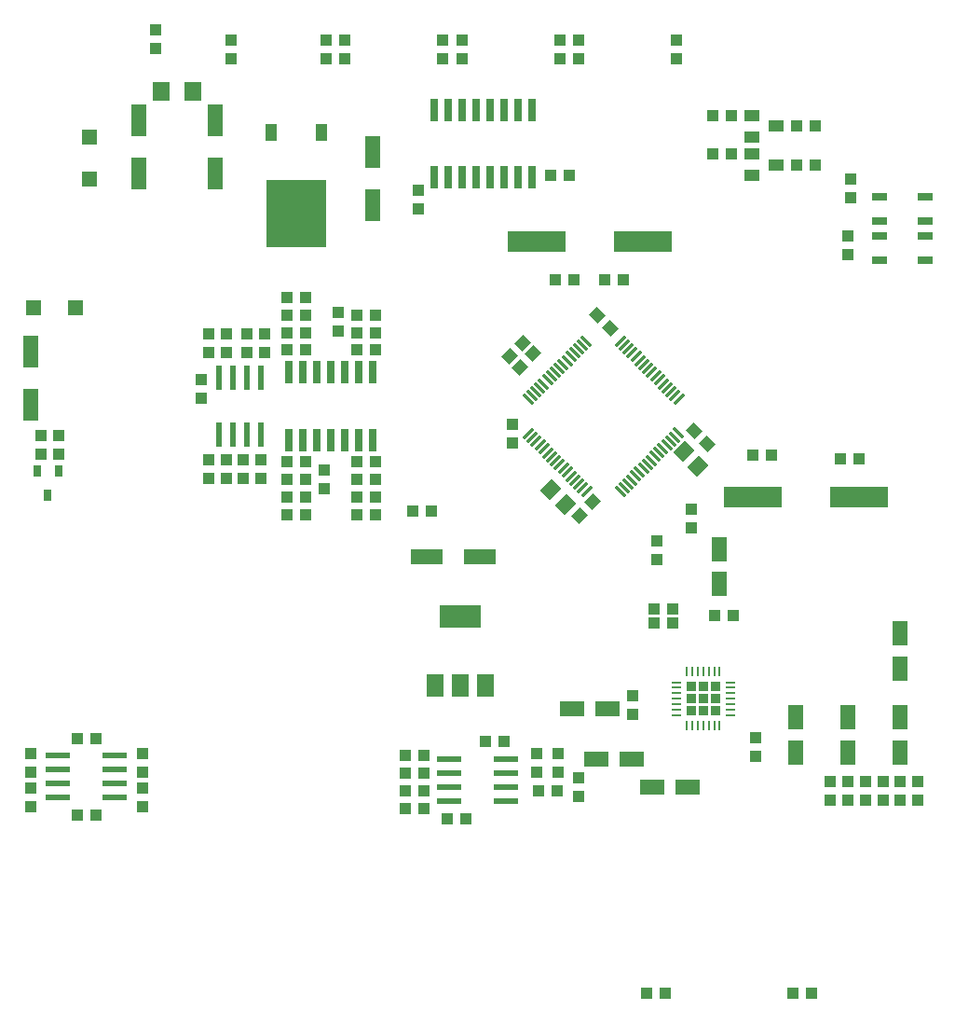
<source format=gbr>
%TF.GenerationSoftware,KiCad,Pcbnew,(6.0.11-0)*%
%TF.CreationDate,2023-05-29T14:05:04+02:00*%
%TF.ProjectId,clouds,636c6f75-6473-42e6-9b69-6361645f7063,rev?*%
%TF.SameCoordinates,Original*%
%TF.FileFunction,Paste,Top*%
%TF.FilePolarity,Positive*%
%FSLAX46Y46*%
G04 Gerber Fmt 4.6, Leading zero omitted, Abs format (unit mm)*
G04 Created by KiCad (PCBNEW (6.0.11-0)) date 2023-05-29 14:05:04*
%MOMM*%
%LPD*%
G01*
G04 APERTURE LIST*
G04 Aperture macros list*
%AMRoundRect*
0 Rectangle with rounded corners*
0 $1 Rounding radius*
0 $2 $3 $4 $5 $6 $7 $8 $9 X,Y pos of 4 corners*
0 Add a 4 corners polygon primitive as box body*
4,1,4,$2,$3,$4,$5,$6,$7,$8,$9,$2,$3,0*
0 Add four circle primitives for the rounded corners*
1,1,$1+$1,$2,$3*
1,1,$1+$1,$4,$5*
1,1,$1+$1,$6,$7*
1,1,$1+$1,$8,$9*
0 Add four rect primitives between the rounded corners*
20,1,$1+$1,$2,$3,$4,$5,0*
20,1,$1+$1,$4,$5,$6,$7,0*
20,1,$1+$1,$6,$7,$8,$9,0*
20,1,$1+$1,$8,$9,$2,$3,0*%
%AMRotRect*
0 Rectangle, with rotation*
0 The origin of the aperture is its center*
0 $1 length*
0 $2 width*
0 $3 Rotation angle, in degrees counterclockwise*
0 Add horizontal line*
21,1,$1,$2,0,0,$3*%
G04 Aperture macros list end*
%ADD10RotRect,0.300000X1.200000X225.000000*%
%ADD11RotRect,0.300000X1.200000X315.000000*%
%ADD12RotRect,0.300000X1.200000X45.000000*%
%ADD13RotRect,0.300000X1.200000X135.000000*%
%ADD14R,0.660400X2.032000*%
%ADD15R,1.100000X1.000000*%
%ADD16R,1.000000X1.100000*%
%ADD17R,1.400000X1.000000*%
%ADD18R,1.400000X2.200000*%
%ADD19R,1.600000X1.803000*%
%ADD20R,1.400000X3.000000*%
%ADD21R,5.334000X1.930400*%
%ADD22R,0.600000X2.200000*%
%ADD23RotRect,1.100000X1.000000X225.000000*%
%ADD24RoundRect,0.225000X-0.225000X0.225000X-0.225000X-0.225000X0.225000X-0.225000X0.225000X0.225000X0*%
%ADD25RoundRect,0.062500X-0.062500X0.337500X-0.062500X-0.337500X0.062500X-0.337500X0.062500X0.337500X0*%
%ADD26RoundRect,0.062500X-0.337500X0.062500X-0.337500X-0.062500X0.337500X-0.062500X0.337500X0.062500X0*%
%ADD27R,1.400000X1.400000*%
%ADD28R,1.350000X0.800000*%
%ADD29RotRect,1.100000X1.000000X135.000000*%
%ADD30RotRect,1.300000X1.500000X135.000000*%
%ADD31R,1.000000X1.600000*%
%ADD32R,5.400000X6.200000*%
%ADD33R,1.498600X2.006600*%
%ADD34R,3.810000X2.006600*%
%ADD35R,3.000000X1.400000*%
%ADD36R,2.200000X0.600000*%
%ADD37R,2.200000X1.400000*%
%ADD38R,0.700000X1.000000*%
%ADD39RotRect,1.100000X1.000000X45.000000*%
%ADD40RotRect,1.100000X1.000000X315.000000*%
%ADD41RotRect,1.300000X1.500000X315.000000*%
G04 APERTURE END LIST*
D10*
%TO.C,IC5*%
X160290082Y-86724281D03*
X159936528Y-87077834D03*
X159582975Y-87431388D03*
X159229422Y-87784941D03*
X158875868Y-88138494D03*
X158522315Y-88492048D03*
X158168761Y-88845601D03*
X157815208Y-89199155D03*
X157461655Y-89552708D03*
X157108101Y-89906261D03*
X156754548Y-90259815D03*
X156400994Y-90613368D03*
X156047441Y-90966922D03*
X155693888Y-91320475D03*
X155340334Y-91674028D03*
X154986781Y-92027582D03*
D11*
X155004741Y-95101658D03*
X155358295Y-95455211D03*
X155711848Y-95808765D03*
X156065402Y-96162318D03*
X156418955Y-96515871D03*
X156772508Y-96869425D03*
X157126062Y-97222978D03*
X157479615Y-97576531D03*
X157833169Y-97930085D03*
X158186722Y-98283638D03*
X158540275Y-98637192D03*
X158893829Y-98990745D03*
X159247382Y-99344298D03*
X159600935Y-99697852D03*
X159954489Y-100051405D03*
X160308042Y-100404959D03*
D12*
X163346197Y-100386998D03*
X163699751Y-100033445D03*
X164053304Y-99679891D03*
X164406857Y-99326338D03*
X164760411Y-98972785D03*
X165113964Y-98619231D03*
X165467518Y-98265678D03*
X165821071Y-97912124D03*
X166174624Y-97558571D03*
X166528178Y-97205018D03*
X166881731Y-96851464D03*
X167235285Y-96497911D03*
X167588838Y-96144357D03*
X167942391Y-95790804D03*
X168295945Y-95437251D03*
X168649498Y-95083697D03*
D13*
X168685419Y-92027582D03*
X168331866Y-91674028D03*
X167978312Y-91320475D03*
X167624759Y-90966922D03*
X167271206Y-90613368D03*
X166917652Y-90259815D03*
X166564099Y-89906261D03*
X166210545Y-89552708D03*
X165856992Y-89199155D03*
X165503439Y-88845601D03*
X165149885Y-88492048D03*
X164796332Y-88138494D03*
X164442778Y-87784941D03*
X164089225Y-87431388D03*
X163735672Y-87077834D03*
X163382118Y-86724281D03*
%TD*%
D14*
%TO.C,IC4*%
X133261100Y-95694500D03*
X134531100Y-95694500D03*
X135801100Y-95694500D03*
X137071100Y-95694500D03*
X138341100Y-95694500D03*
X139611100Y-95694500D03*
X140881100Y-95694500D03*
X140881100Y-89547700D03*
X139611100Y-89547700D03*
X138341100Y-89547700D03*
X137071100Y-89547700D03*
X135801100Y-89547700D03*
X134531100Y-89547700D03*
X133261100Y-89547700D03*
%TD*%
%TO.C,IC1*%
X155327300Y-65735200D03*
X154057300Y-65735200D03*
X152787300Y-65735200D03*
X151517300Y-65735200D03*
X150247300Y-65735200D03*
X148977300Y-65735200D03*
X147707300Y-65735200D03*
X146437300Y-65735200D03*
X146437300Y-71882000D03*
X147707300Y-71882000D03*
X148977300Y-71882000D03*
X150247300Y-71882000D03*
X151517300Y-71882000D03*
X152787300Y-71882000D03*
X154057300Y-71882000D03*
X155327300Y-71882000D03*
%TD*%
D15*
%TO.C,R40*%
X169800000Y-101950000D03*
X169800000Y-103650000D03*
%TD*%
%TO.C,C29*%
X171950000Y-111600000D03*
X173650000Y-111600000D03*
%TD*%
%TO.C,C21*%
X139396100Y-97701100D03*
X141096100Y-97701100D03*
%TD*%
D16*
%TO.C,R15*%
X171781100Y-69761100D03*
X173481100Y-69761100D03*
%TD*%
%TO.C,R38*%
X134746100Y-102463600D03*
X133046100Y-102463600D03*
%TD*%
D17*
%TO.C,Q1*%
X175341100Y-66271100D03*
X177541100Y-67221100D03*
X175341100Y-68171100D03*
%TD*%
D18*
%TO.C,C35*%
X179298600Y-120866100D03*
X179298600Y-124066100D03*
%TD*%
D16*
%TO.C,R59*%
X145541100Y-129133600D03*
X143841100Y-129133600D03*
%TD*%
D15*
%TO.C,R54*%
X184061100Y-128396100D03*
X184061100Y-126696100D03*
%TD*%
D16*
%TO.C,R39*%
X139396100Y-102463600D03*
X141096100Y-102463600D03*
%TD*%
%TO.C,C44*%
X190411100Y-126696100D03*
X190411100Y-128396100D03*
%TD*%
%TO.C,C43*%
X185648600Y-126696100D03*
X185648600Y-128396100D03*
%TD*%
D19*
%TO.C,R11*%
X121679100Y-64046100D03*
X124523100Y-64046100D03*
%TD*%
D20*
%TO.C,C4*%
X140881100Y-69583600D03*
X140881100Y-74383600D03*
%TD*%
D15*
%TO.C,C46*%
X149351100Y-130086100D03*
X147651100Y-130086100D03*
%TD*%
%TO.C,C39*%
X152843600Y-123101100D03*
X151143600Y-123101100D03*
%TD*%
%TO.C,C30*%
X168150000Y-112300000D03*
X166450000Y-112300000D03*
%TD*%
%TO.C,R6*%
X147231000Y-59386100D03*
X147231000Y-61086100D03*
%TD*%
D16*
%TO.C,R34*%
X133046100Y-99288600D03*
X134746100Y-99288600D03*
%TD*%
%TO.C,R51*%
X145541100Y-127546100D03*
X143841100Y-127546100D03*
%TD*%
D18*
%TO.C,C31*%
X188823600Y-113246100D03*
X188823600Y-116446100D03*
%TD*%
D21*
%TO.C,Q3*%
X155740100Y-77698600D03*
X165392100Y-77698600D03*
%TD*%
D15*
%TO.C,R31*%
X125958600Y-99186100D03*
X125958600Y-97486100D03*
%TD*%
%TO.C,C3*%
X157017300Y-71666100D03*
X158717300Y-71666100D03*
%TD*%
%TO.C,R33*%
X130721100Y-97486100D03*
X130721100Y-99186100D03*
%TD*%
D22*
%TO.C,IC3*%
X126911100Y-95221100D03*
X128181100Y-95221100D03*
X129451100Y-95221100D03*
X130721100Y-95221100D03*
X130721100Y-90021100D03*
X129451100Y-90021100D03*
X128181100Y-90021100D03*
X126911100Y-90021100D03*
%TD*%
D15*
%TO.C,R53*%
X182473600Y-126696100D03*
X182473600Y-128396100D03*
%TD*%
D23*
%TO.C,C25*%
X160849741Y-101354559D03*
X159647659Y-102556641D03*
%TD*%
D15*
%TO.C,C38*%
X115696100Y-122783600D03*
X113996100Y-122783600D03*
%TD*%
D20*
%TO.C,C1*%
X119608600Y-66726100D03*
X119608600Y-71526100D03*
%TD*%
D15*
%TO.C,R58*%
X119926100Y-127331100D03*
X119926100Y-129031100D03*
%TD*%
%TO.C,C45*%
X115696100Y-129768600D03*
X113996100Y-129768600D03*
%TD*%
%TO.C,C11*%
X139396100Y-87541100D03*
X141096100Y-87541100D03*
%TD*%
%TO.C,C50*%
X168150000Y-111030000D03*
X166450000Y-111030000D03*
%TD*%
D16*
%TO.C,R49*%
X143841100Y-125958600D03*
X145541100Y-125958600D03*
%TD*%
D24*
%TO.C,IC8*%
X169780000Y-120320000D03*
X172020000Y-120320000D03*
X172020000Y-118080000D03*
X169780000Y-118080000D03*
X170900000Y-119200000D03*
X169780000Y-119200000D03*
X170900000Y-120320000D03*
X170900000Y-118080000D03*
X172020000Y-119200000D03*
D25*
X172400000Y-116750000D03*
X171900000Y-116750000D03*
X171400000Y-116750000D03*
X170900000Y-116750000D03*
X170400000Y-116750000D03*
X169900000Y-116750000D03*
X169400000Y-116750000D03*
D26*
X168450000Y-117700000D03*
X168450000Y-118200000D03*
X168450000Y-118700000D03*
X168450000Y-119200000D03*
X168450000Y-119700000D03*
X168450000Y-120200000D03*
X168450000Y-120700000D03*
D25*
X169400000Y-121650000D03*
X169900000Y-121650000D03*
X170400000Y-121650000D03*
X170900000Y-121650000D03*
X171400000Y-121650000D03*
X171900000Y-121650000D03*
X172400000Y-121650000D03*
D26*
X173350000Y-120700000D03*
X173350000Y-120200000D03*
X173350000Y-119700000D03*
X173350000Y-119200000D03*
X173350000Y-118700000D03*
X173350000Y-118200000D03*
X173350000Y-117700000D03*
%TD*%
D16*
%TO.C,R14*%
X179401100Y-67221100D03*
X181101100Y-67221100D03*
%TD*%
D27*
%TO.C,D1*%
X115163600Y-71978600D03*
X115163600Y-68178600D03*
%TD*%
D15*
%TO.C,R29*%
X131038600Y-87756100D03*
X131038600Y-86056100D03*
%TD*%
D18*
%TO.C,C36*%
X184061100Y-120866100D03*
X184061100Y-124066100D03*
%TD*%
D16*
%TO.C,R36*%
X134746100Y-100876100D03*
X133046100Y-100876100D03*
%TD*%
D15*
%TO.C,R30*%
X110718600Y-95263600D03*
X110718600Y-96963600D03*
%TD*%
D28*
%TO.C,SW4*%
X186925000Y-75800000D03*
X191075000Y-75800000D03*
X186925000Y-73600000D03*
X191075000Y-73600000D03*
%TD*%
D16*
%TO.C,C5*%
X145008600Y-74738600D03*
X145008600Y-73038600D03*
%TD*%
D15*
%TO.C,R13*%
X184300000Y-72050000D03*
X184300000Y-73750000D03*
%TD*%
D16*
%TO.C,R22*%
X134746100Y-84366100D03*
X133046100Y-84366100D03*
%TD*%
D15*
%TO.C,R2*%
X121100000Y-58450000D03*
X121100000Y-60150000D03*
%TD*%
%TO.C,R41*%
X166700000Y-104850000D03*
X166700000Y-106550000D03*
%TD*%
D16*
%TO.C,R52*%
X155906100Y-127546100D03*
X157606100Y-127546100D03*
%TD*%
%TO.C,R16*%
X179401100Y-70713600D03*
X181101100Y-70713600D03*
%TD*%
D15*
%TO.C,R4*%
X136594800Y-59386100D03*
X136594800Y-61086100D03*
%TD*%
D16*
%TO.C,R61*%
X165748600Y-145961100D03*
X167448600Y-145961100D03*
%TD*%
D15*
%TO.C,R27*%
X127546100Y-87756100D03*
X127546100Y-86056100D03*
%TD*%
%TO.C,C6*%
X159193600Y-81191100D03*
X157493600Y-81191100D03*
%TD*%
%TO.C,R9*%
X159613600Y-59386100D03*
X159613600Y-61086100D03*
%TD*%
D29*
%TO.C,C8*%
X162437241Y-85602141D03*
X161235159Y-84400059D03*
%TD*%
D16*
%TO.C,C23*%
X136436100Y-98438600D03*
X136436100Y-100138600D03*
%TD*%
D15*
%TO.C,R48*%
X157708600Y-124156100D03*
X157708600Y-125856100D03*
%TD*%
D16*
%TO.C,R26*%
X141096100Y-85953600D03*
X139396100Y-85953600D03*
%TD*%
%TO.C,R23*%
X139396100Y-84366100D03*
X141096100Y-84366100D03*
%TD*%
%TO.C,C22*%
X127546100Y-97486100D03*
X127546100Y-99186100D03*
%TD*%
D30*
%TO.C,C24*%
X158380351Y-101547851D03*
X157036849Y-100204349D03*
%TD*%
D15*
%TO.C,C7*%
X161938600Y-81191100D03*
X163638600Y-81191100D03*
%TD*%
D31*
%TO.C,IC2*%
X136176100Y-67818600D03*
X131616100Y-67818600D03*
D32*
X133896100Y-75118600D03*
%TD*%
D33*
%TO.C,IC7*%
X146558000Y-117995700D03*
X148844000Y-117995700D03*
X151130000Y-117995700D03*
D34*
X148818600Y-111696500D03*
%TD*%
D35*
%TO.C,C27*%
X145783600Y-106273600D03*
X150583600Y-106273600D03*
%TD*%
D36*
%TO.C,IC10*%
X147806100Y-124688600D03*
X147806100Y-125958600D03*
X147806100Y-127228600D03*
X147806100Y-128498600D03*
X153006100Y-128498600D03*
X153006100Y-127228600D03*
X153006100Y-125958600D03*
X153006100Y-124688600D03*
%TD*%
D15*
%TO.C,C40*%
X145541100Y-124371100D03*
X143841100Y-124371100D03*
%TD*%
%TO.C,R3*%
X128022300Y-61086100D03*
X128022300Y-59386100D03*
%TD*%
%TO.C,R7*%
X148977300Y-59386100D03*
X148977300Y-61086100D03*
%TD*%
D16*
%TO.C,R12*%
X171781100Y-66268600D03*
X173481100Y-66268600D03*
%TD*%
D15*
%TO.C,R24*%
X137706100Y-85851100D03*
X137706100Y-84151100D03*
%TD*%
%TO.C,C48*%
X183369900Y-97383600D03*
X185069900Y-97383600D03*
%TD*%
D16*
%TO.C,R35*%
X141096100Y-99288600D03*
X139396100Y-99288600D03*
%TD*%
D37*
%TO.C,C33*%
X164388600Y-124688600D03*
X161188600Y-124688600D03*
%TD*%
%TO.C,C49*%
X162200000Y-120100000D03*
X159000000Y-120100000D03*
%TD*%
D15*
%TO.C,R46*%
X109766100Y-124156100D03*
X109766100Y-125856100D03*
%TD*%
D18*
%TO.C,C28*%
X172399996Y-108800000D03*
X172399996Y-105600000D03*
%TD*%
D20*
%TO.C,C2*%
X126593600Y-66726100D03*
X126593600Y-71526100D03*
%TD*%
D15*
%TO.C,R56*%
X188823600Y-128396100D03*
X188823600Y-126696100D03*
%TD*%
D16*
%TO.C,R37*%
X139396100Y-100876100D03*
X141096100Y-100876100D03*
%TD*%
D20*
%TO.C,C13*%
X109766100Y-87681100D03*
X109766100Y-92481100D03*
%TD*%
D16*
%TO.C,C34*%
X175700000Y-122750000D03*
X175700000Y-124450000D03*
%TD*%
D15*
%TO.C,R17*%
X184061100Y-78866100D03*
X184061100Y-77166100D03*
%TD*%
D16*
%TO.C,C16*%
X112306100Y-96963600D03*
X112306100Y-95263600D03*
%TD*%
%TO.C,C42*%
X155803600Y-125856100D03*
X155803600Y-124156100D03*
%TD*%
D27*
%TO.C,D2*%
X113888600Y-83731100D03*
X110088600Y-83731100D03*
%TD*%
D17*
%TO.C,Q2*%
X175341100Y-69763600D03*
X177541100Y-70713600D03*
X175341100Y-71663600D03*
%TD*%
D37*
%TO.C,C41*%
X169468600Y-127228600D03*
X166268600Y-127228600D03*
%TD*%
D16*
%TO.C,C17*%
X153581100Y-96011100D03*
X153581100Y-94311100D03*
%TD*%
D15*
%TO.C,R8*%
X157867300Y-59386100D03*
X157867300Y-61086100D03*
%TD*%
%TO.C,R57*%
X109766100Y-127331100D03*
X109766100Y-129031100D03*
%TD*%
D16*
%TO.C,C32*%
X164500000Y-118950000D03*
X164500000Y-120650000D03*
%TD*%
D38*
%TO.C,IC6*%
X112303600Y-98506100D03*
X110403600Y-98506100D03*
X111353600Y-100706100D03*
%TD*%
D16*
%TO.C,C9*%
X125958600Y-86056100D03*
X125958600Y-87756100D03*
%TD*%
D39*
%TO.C,C12*%
X153297559Y-88142141D03*
X154499641Y-86940059D03*
%TD*%
D15*
%TO.C,C47*%
X177132400Y-97100000D03*
X175432400Y-97100000D03*
%TD*%
D39*
%TO.C,C14*%
X154250059Y-89094641D03*
X155452141Y-87892559D03*
%TD*%
D18*
%TO.C,C37*%
X188823600Y-120866100D03*
X188823600Y-124066100D03*
%TD*%
D15*
%TO.C,R5*%
X138341000Y-59386100D03*
X138341000Y-61086100D03*
%TD*%
%TO.C,R55*%
X187236100Y-126696100D03*
X187236100Y-128396100D03*
%TD*%
D16*
%TO.C,R21*%
X134746100Y-82778600D03*
X133046100Y-82778600D03*
%TD*%
D21*
%TO.C,Q4*%
X175425100Y-100876100D03*
X185077100Y-100876100D03*
%TD*%
D40*
%TO.C,C18*%
X170061559Y-94877559D03*
X171263641Y-96079641D03*
%TD*%
D28*
%TO.C,SW5*%
X186925000Y-79400000D03*
X191075000Y-79400000D03*
X186925000Y-77200000D03*
X191075000Y-77200000D03*
%TD*%
D15*
%TO.C,R32*%
X129133600Y-97486100D03*
X129133600Y-99186100D03*
%TD*%
%TO.C,C20*%
X134746100Y-97701100D03*
X133046100Y-97701100D03*
%TD*%
D16*
%TO.C,C15*%
X125323600Y-90183600D03*
X125323600Y-91883600D03*
%TD*%
D15*
%TO.C,R10*%
X168503600Y-59386100D03*
X168503600Y-61086100D03*
%TD*%
%TO.C,C26*%
X146176100Y-102146100D03*
X144476100Y-102146100D03*
%TD*%
D16*
%TO.C,R62*%
X180783600Y-145961100D03*
X179083600Y-145961100D03*
%TD*%
%TO.C,R25*%
X133046100Y-85953600D03*
X134746100Y-85953600D03*
%TD*%
D15*
%TO.C,R28*%
X129451100Y-87756100D03*
X129451100Y-86056100D03*
%TD*%
D36*
%TO.C,IC9*%
X112246100Y-124371100D03*
X112246100Y-125641100D03*
X112246100Y-126911100D03*
X112246100Y-128181100D03*
X117446100Y-128181100D03*
X117446100Y-126911100D03*
X117446100Y-125641100D03*
X117446100Y-124371100D03*
%TD*%
D15*
%TO.C,R50*%
X159613600Y-128078600D03*
X159613600Y-126378600D03*
%TD*%
%TO.C,C10*%
X134746100Y-87541100D03*
X133046100Y-87541100D03*
%TD*%
D41*
%TO.C,C19*%
X169101849Y-96711849D03*
X170445351Y-98055351D03*
%TD*%
D15*
%TO.C,R47*%
X119926100Y-124156100D03*
X119926100Y-125856100D03*
%TD*%
M02*

</source>
